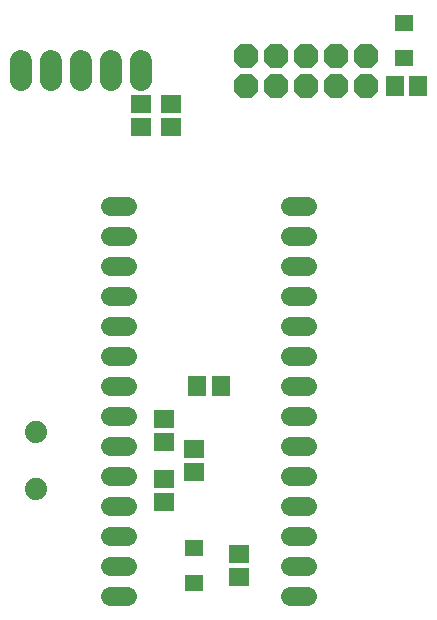
<source format=gbs>
G75*
%MOIN*%
%OFA0B0*%
%FSLAX25Y25*%
%IPPOS*%
%LPD*%
%AMOC8*
5,1,8,0,0,1.08239X$1,22.5*
%
%ADD10R,0.07099X0.05918*%
%ADD11R,0.05918X0.07099*%
%ADD12R,0.06312X0.05524*%
%ADD13C,0.07200*%
%ADD14OC8,0.08200*%
%ADD15C,0.07400*%
%ADD16C,0.06400*%
D10*
X0068237Y0050737D03*
X0068237Y0058611D03*
X0068237Y0070737D03*
X0068237Y0078611D03*
X0078237Y0068414D03*
X0078237Y0060934D03*
X0093237Y0033414D03*
X0093237Y0025934D03*
X0070737Y0175934D03*
X0070737Y0183414D03*
X0060737Y0183611D03*
X0060737Y0175737D03*
D11*
X0079300Y0089674D03*
X0087174Y0089674D03*
X0145422Y0189674D03*
X0152902Y0189674D03*
D12*
X0148237Y0198769D03*
X0148237Y0210580D03*
X0078237Y0035580D03*
X0078237Y0023769D03*
D13*
X0060737Y0191474D02*
X0060737Y0197874D01*
X0050737Y0197874D02*
X0050737Y0191474D01*
X0040737Y0191474D02*
X0040737Y0197874D01*
X0030737Y0197874D02*
X0030737Y0191474D01*
X0020737Y0191474D02*
X0020737Y0197874D01*
D14*
X0095737Y0199674D03*
X0095737Y0189674D03*
X0105737Y0189674D03*
X0105737Y0199674D03*
X0115737Y0199674D03*
X0115737Y0189674D03*
X0125737Y0189674D03*
X0125737Y0199674D03*
X0135737Y0199674D03*
X0135737Y0189674D03*
D15*
X0025737Y0055174D03*
X0025737Y0074174D03*
D16*
X0050437Y0069674D02*
X0056037Y0069674D01*
X0056037Y0059674D02*
X0050437Y0059674D01*
X0050437Y0049674D02*
X0056037Y0049674D01*
X0056037Y0039674D02*
X0050437Y0039674D01*
X0050437Y0029674D02*
X0056037Y0029674D01*
X0056037Y0019674D02*
X0050437Y0019674D01*
X0050437Y0079674D02*
X0056037Y0079674D01*
X0056037Y0089674D02*
X0050437Y0089674D01*
X0050437Y0099674D02*
X0056037Y0099674D01*
X0056037Y0109674D02*
X0050437Y0109674D01*
X0050437Y0119674D02*
X0056037Y0119674D01*
X0056037Y0129674D02*
X0050437Y0129674D01*
X0050437Y0139674D02*
X0056037Y0139674D01*
X0056037Y0149674D02*
X0050437Y0149674D01*
X0110437Y0149674D02*
X0116037Y0149674D01*
X0116037Y0139674D02*
X0110437Y0139674D01*
X0110437Y0129674D02*
X0116037Y0129674D01*
X0116037Y0119674D02*
X0110437Y0119674D01*
X0110437Y0109674D02*
X0116037Y0109674D01*
X0116037Y0099674D02*
X0110437Y0099674D01*
X0110437Y0089674D02*
X0116037Y0089674D01*
X0116037Y0079674D02*
X0110437Y0079674D01*
X0110437Y0069674D02*
X0116037Y0069674D01*
X0116037Y0059674D02*
X0110437Y0059674D01*
X0110437Y0049674D02*
X0116037Y0049674D01*
X0116037Y0039674D02*
X0110437Y0039674D01*
X0110437Y0029674D02*
X0116037Y0029674D01*
X0116037Y0019674D02*
X0110437Y0019674D01*
M02*

</source>
